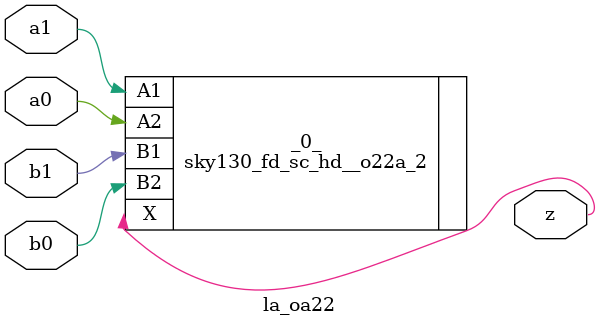
<source format=v>

module la_oa22(a0, a1, b0, b1, z);
  input a0;
  input a1;
  input b0;
  input b1;
  output z;
  sky130_fd_sc_hd__o22a_2 _0_ (
    .A1(a1),
    .A2(a0),
    .B1(b1),
    .B2(b0),
    .X(z)
  );
endmodule

</source>
